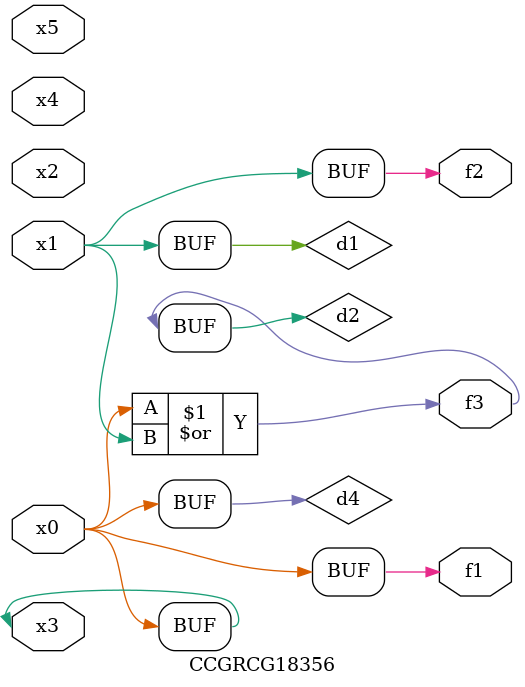
<source format=v>
module CCGRCG18356(
	input x0, x1, x2, x3, x4, x5,
	output f1, f2, f3
);

	wire d1, d2, d3, d4;

	and (d1, x1);
	or (d2, x0, x1);
	nand (d3, x0, x5);
	buf (d4, x0, x3);
	assign f1 = d4;
	assign f2 = d1;
	assign f3 = d2;
endmodule

</source>
